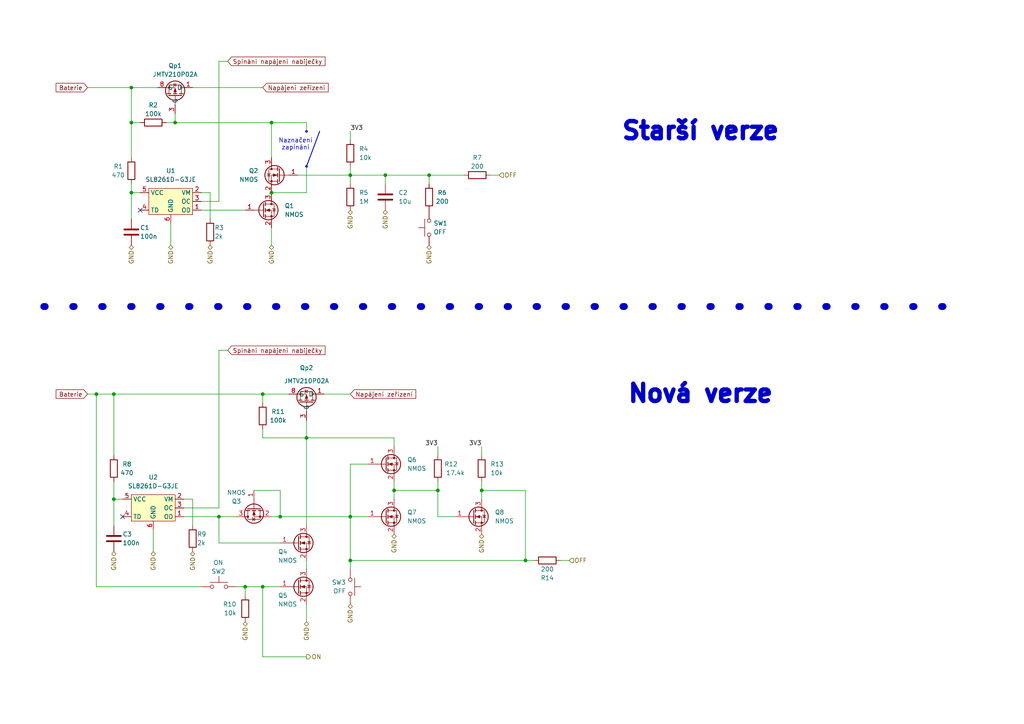
<source format=kicad_sch>
(kicad_sch (version 20231120) (generator "eeschema") (generator_version "8.0")
  (paper "A4")
  (lib_symbols
    (symbol "Device:C" (pin_numbers hide) (pin_names (offset 0.254))
      (property "Reference" "C" (at 0.635 2.54 0))
      (property "Value" "C" (at 0.635 -2.54 0))
      (symbol "C_0_1"
        (polyline (pts (xy -2.032 -0.762) (xy 2.032 -0.762)) (stroke (width 0.508)))
        (polyline (pts (xy -2.032 0.762) (xy 2.032 0.762)) (stroke (width 0.508)))
      )
      (symbol "C_1_1"
        (pin passive line (at 0 3.81 270) (length 2.794) (name "~") (number "1"))
        (pin passive line (at 0 -3.81 90) (length 2.794) (name "~") (number "2"))
      )
    )
    (symbol "Device:Q_NMOS_GSD" (pin_names (offset 0) hide)
      (property "Reference" "Q" (at 5.08 1.27 0))
      (property "Value" "Q_NMOS_GSD" (at 5.08 -1.27 0))
      (symbol "Q_NMOS_GSD_0_1"
        (polyline (pts (xy 0.254 0) (xy -2.54 0)))
        (polyline (pts (xy 0.254 1.905) (xy 0.254 -1.905)) (stroke (width 0.254)))
        (polyline (pts (xy 0.762 -1.27) (xy 0.762 -2.286)) (stroke (width 0.254)))
        (polyline (pts (xy 0.762 0.508) (xy 0.762 -0.508)) (stroke (width 0.254)))
        (polyline (pts (xy 0.762 2.286) (xy 0.762 1.27)) (stroke (width 0.254)))
        (polyline (pts (xy 2.54 2.54) (xy 2.54 1.778)))
        (polyline (pts (xy 2.54 -2.54) (xy 2.54 0) (xy 0.762 0)))
        (polyline (pts (xy 0.762 -1.778) (xy 3.302 -1.778) (xy 3.302 1.778) (xy 0.762 1.778)))
        (polyline (pts (xy 1.016 0) (xy 2.032 0.381) (xy 2.032 -0.381) (xy 1.016 0)) (fill (type outline)))
        (polyline (pts (xy 2.794 0.508) (xy 2.921 0.381) (xy 3.683 0.381) (xy 3.81 0.254)))
        (polyline (pts (xy 3.302 0.381) (xy 2.921 -0.254) (xy 3.683 -0.254) (xy 3.302 0.381)))
        (circle (center 1.651 0) (radius 2.794) (stroke (width 0.254)))
        (circle (center 2.54 -1.778) (radius 0.254) (fill (type outline)))
        (circle (center 2.54 1.778) (radius 0.254) (fill (type outline)))
      )
      (symbol "Q_NMOS_GSD_1_1"
        (pin input line (at -5.08 0 0) (length 2.54) (name "G") (number "1"))
        (pin passive line (at 2.54 -5.08 90) (length 2.54) (name "S") (number "2"))
        (pin passive line (at 2.54 5.08 270) (length 2.54) (name "D") (number "3"))
      )
    )
    (symbol "Device:R" (pin_numbers hide) (pin_names (offset 0))
      (property "Reference" "R" (at 2.032 0 90))
      (property "Value" "R" (at 0 0 90))
      (symbol "R_0_1"
        (rectangle (start -1.016 -2.54) (end 1.016 2.54) (stroke (width 0.254)))
      )
      (symbol "R_1_1"
        (pin passive line (at 0 3.81 270) (length 1.27) (name "~") (number "1"))
        (pin passive line (at 0 -3.81 90) (length 1.27) (name "~") (number "2"))
      )
    )
    (symbol "RKL-BatteryManager:DW01A"
      (property "Reference" "U" (at 0 2.54 0))
      (property "Value" "DW01A" (at 0 5.08 0))
      (symbol "DW01A_1_1"
        (rectangle (start -6.35 1.27) (end 6.35 -6.35) (fill (type background)))
        (pin output line (at 8.89 -5.08 180) (length 2.54) (name "OD") (number "1"))
        (pin input line (at 8.89 0 180) (length 2.54) (name "VM") (number "2"))
        (pin output line (at 8.89 -2.54 180) (length 2.54) (name "OC") (number "3"))
        (pin input line (at -8.89 -5.08 0) (length 2.54) (name "TD") (number "4"))
        (pin input line (at -8.89 0 0) (length 2.54) (name "VCC") (number "5"))
        (pin passive line (at 0 -8.89 90) (length 2.54) (name "GND") (number "6"))
      )
    )
    (symbol "RKL-MOSFET:JMTV210P02A"
      (property "Reference" "U" (at 0 6.35 0))
      (property "Value" "JMTV210P02A" (at 0 3.81 0))
      (symbol "JMTV210P02A_0_1"
        (circle (center -1.778 0) (radius 0.254) (fill (type outline)))
        (circle (center 0 -0.889) (radius 2.794) (stroke (width 0.254)))
        (polyline (pts (xy -2.54 0) (xy -1.778 0)))
        (polyline (pts (xy -2.286 -1.778) (xy -1.27 -1.778)) (stroke (width 0.254)))
        (polyline (pts (xy -1.905 -2.286) (xy 1.905 -2.286)) (stroke (width 0.254)))
        (polyline (pts (xy -0.508 -1.778) (xy 0.508 -1.778)) (stroke (width 0.254)))
        (polyline (pts (xy 0 -2.286) (xy 0 -5.08)))
        (polyline (pts (xy 1.27 -1.778) (xy 2.286 -1.778)) (stroke (width 0.254)))
        (polyline (pts (xy 2.54 0) (xy 0 0) (xy 0 -1.778)))
        (polyline (pts (xy -1.778 -1.778) (xy -1.778 0.762) (xy 1.778 0.762) (xy 1.778 -1.778)))
        (polyline (pts (xy 0 -0.254) (xy -0.381 -1.27) (xy 0.381 -1.27) (xy 0 -0.254)) (fill (type outline)))
        (polyline (pts (xy 0.381 0.762) (xy -0.254 0.381) (xy -0.254 1.143) (xy 0.381 0.762)))
        (polyline (pts (xy 0.508 0.254) (xy 0.381 0.381) (xy 0.381 1.143) (xy 0.254 1.27)))
        (circle (center 1.778 0) (radius 0.254) (fill (type outline)))
      )
      (symbol "JMTV210P02A_1_1"
        (pin passive line (at -5.08 0 0) (length 2.54) (name "D") (number "1"))
        (pin passive line (at -5.08 0 0) (length 2.54) hide (name "D") (number "2"))
        (pin input line (at 0 -7.62 90) (length 2.54) (name "G") (number "3"))
        (pin passive line (at 5.08 0 180) (length 2.54) hide (name "S") (number "4"))
        (pin passive line (at -5.08 0 0) (length 2.54) hide (name "D") (number "5"))
        (pin passive line (at -5.08 0 0) (length 2.54) hide (name "D") (number "6"))
        (pin passive line (at -5.08 0 0) (length 2.54) hide (name "D") (number "7"))
        (pin passive line (at 5.08 0 180) (length 2.54) (name "S") (number "8"))
      )
    )
    (symbol "Switch:SW_Push" (pin_numbers hide) (pin_names (offset 1.016) hide)
      (property "Reference" "SW" (at 1.27 2.54 0))
      (property "Value" "SW_Push" (at 0 -1.524 0))
      (symbol "SW_Push_0_1"
        (circle (center -2.032 0) (radius 0.508))
        (polyline (pts (xy 0 1.27) (xy 0 3.048)))
        (polyline (pts (xy 2.54 1.27) (xy -2.54 1.27)))
        (circle (center 2.032 0) (radius 0.508))
        (pin passive line (at -5.08 0 0) (length 2.54) (name "1") (number "1"))
        (pin passive line (at 5.08 0 180) (length 2.54) (name "2") (number "2"))
      )
    )
  )
  (junction (at 81.28 149.86))
  (junction (at 124.46 50.8))
  (junction (at 101.6 162.56))
  (junction (at 76.2 170.18))
  (junction (at 101.6 149.86))
  (junction (at 38.1 25.4))
  (junction (at 38.1 35.56))
  (junction (at 71.12 170.18))
  (junction (at 27.94 114.3))
  (junction (at 127 142.24))
  (junction (at 78.74 55.88))
  (junction (at 33.02 114.3))
  (junction (at 111.76 50.8))
  (junction (at 78.74 35.56))
  (junction (at 139.7 142.24))
  (junction (at 88.9 127))
  (junction (at 152.4 162.56))
  (junction (at 33.02 144.78))
  (junction (at 50.8 35.56))
  (junction (at 38.1 55.88))
  (junction (at 101.6 50.8))
  (junction (at 114.3 142.24))
  (junction (at 63.5 149.86))
  (junction (at 76.2 114.3))
  (no_connect (at 40.64 60.96))
  (no_connect (at 35.56 149.86))
  (wire (pts (xy 101.6 134.62) (xy 106.68 134.62)))
  (wire (pts (xy 66.04 17.78) (xy 63.5 17.78)))
  (wire (pts (xy 76.2 127) (xy 76.2 124.46)))
  (wire (pts (xy 44.45 153.67) (xy 44.45 160.02)))
  (wire (pts (xy 93.98 114.3) (xy 101.6 114.3)))
  (wire (pts (xy 114.3 142.24) (xy 114.3 144.78)))
  (wire (pts (xy 114.3 142.24) (xy 114.3 139.7)))
  (wire (pts (xy 60.96 55.88) (xy 60.96 63.5)))
  (wire (pts (xy 63.5 149.86) (xy 68.58 149.86)))
  (wire (pts (xy 78.74 71.12) (xy 78.74 66.04)))
  (wire (pts (xy 127 139.7) (xy 127 142.24)))
  (wire (pts (xy 127 149.86) (xy 127 142.24)))
  (wire (pts (xy 27.94 114.3) (xy 33.02 114.3)))
  (wire (pts (xy 76.2 170.18) (xy 81.28 170.18)))
  (wire (pts (xy 50.8 33.02) (xy 50.8 35.56)))
  (wire (pts (xy 111.76 50.8) (xy 111.76 53.34)))
  (wire (pts (xy 88.9 180.34) (xy 88.9 175.26)))
  (wire (pts (xy 76.2 127) (xy 88.9 127)))
  (wire (pts (xy 66.04 101.6) (xy 63.5 101.6)))
  (wire (pts (xy 101.6 149.86) (xy 101.6 162.56)))
  (wire (pts (xy 33.02 139.7) (xy 33.02 144.78)))
  (wire (pts (xy 38.1 25.4) (xy 38.1 35.56)))
  (wire (pts (xy 55.88 25.4) (xy 76.2 25.4)))
  (wire (pts (xy 139.7 142.24) (xy 139.7 139.7)))
  (wire (pts (xy 63.5 101.6) (xy 63.5 147.32)))
  (wire (pts (xy 78.74 45.72) (xy 78.74 35.56)))
  (wire (pts (xy 88.9 127) (xy 88.9 152.4)))
  (wire (pts (xy 38.1 55.88) (xy 38.1 63.5)))
  (polyline (pts (xy 88.9 48.26) (xy 92.71 38.1)) (stroke (width 0.254)))
  (wire (pts (xy 111.76 50.8) (xy 124.46 50.8)))
  (wire (pts (xy 101.6 38.1) (xy 101.6 40.64)))
  (wire (pts (xy 88.9 48.26) (xy 88.9 55.88)))
  (wire (pts (xy 88.9 35.56) (xy 88.9 38.1)))
  (wire (pts (xy 101.6 149.86) (xy 106.68 149.86)))
  (wire (pts (xy 53.34 147.32) (xy 63.5 147.32)))
  (polyline (pts (xy 88.9 48.26) (xy 88.9 48.26)) (stroke (width 0.762)))
  (wire (pts (xy 124.46 50.8) (xy 134.62 50.8)))
  (wire (pts (xy 152.4 142.24) (xy 152.4 162.56)))
  (wire (pts (xy 27.94 114.3) (xy 27.94 170.18)))
  (wire (pts (xy 101.6 50.8) (xy 101.6 48.26)))
  (wire (pts (xy 144.78 50.8) (xy 142.24 50.8)))
  (wire (pts (xy 165.1 162.56) (xy 162.56 162.56)))
  (wire (pts (xy 71.12 170.18) (xy 76.2 170.18)))
  (wire (pts (xy 76.2 170.18) (xy 76.2 190.5)))
  (wire (pts (xy 58.42 60.96) (xy 71.12 60.96)))
  (wire (pts (xy 101.6 162.56) (xy 101.6 165.1)))
  (wire (pts (xy 48.26 35.56) (xy 50.8 35.56)))
  (wire (pts (xy 71.12 172.72) (xy 71.12 170.18)))
  (wire (pts (xy 127 132.08) (xy 127 129.54)))
  (wire (pts (xy 76.2 190.5) (xy 88.9 190.5)))
  (wire (pts (xy 50.8 35.56) (xy 78.74 35.56)))
  (wire (pts (xy 81.28 157.48) (xy 63.5 157.48)))
  (wire (pts (xy 101.6 50.8) (xy 111.76 50.8)))
  (wire (pts (xy 27.94 170.18) (xy 58.42 170.18)))
  (wire (pts (xy 55.88 144.78) (xy 55.88 152.4)))
  (wire (pts (xy 88.9 127) (xy 114.3 127)))
  (wire (pts (xy 88.9 165.1) (xy 88.9 162.56)))
  (wire (pts (xy 63.5 149.86) (xy 63.5 157.48)))
  (wire (pts (xy 49.53 64.77) (xy 49.53 71.12)))
  (wire (pts (xy 63.5 17.78) (xy 63.5 58.42)))
  (wire (pts (xy 76.2 116.84) (xy 76.2 114.3)))
  (wire (pts (xy 154.94 162.56) (xy 152.4 162.56)))
  (wire (pts (xy 101.6 134.62) (xy 101.6 149.86)))
  (wire (pts (xy 38.1 53.34) (xy 38.1 55.88)))
  (wire (pts (xy 25.4 25.4) (xy 38.1 25.4)))
  (wire (pts (xy 38.1 25.4) (xy 45.72 25.4)))
  (polyline (pts (xy 12.7 88.9) (xy 279.4 88.9)) (stroke (width 2) (type dot)))
  (wire (pts (xy 78.74 149.86) (xy 81.28 149.86)))
  (wire (pts (xy 139.7 142.24) (xy 152.4 142.24)))
  (wire (pts (xy 124.46 50.8) (xy 124.46 53.34)))
  (wire (pts (xy 53.34 149.86) (xy 63.5 149.86)))
  (wire (pts (xy 33.02 144.78) (xy 33.02 152.4)))
  (wire (pts (xy 101.6 162.56) (xy 152.4 162.56)))
  (wire (pts (xy 40.64 55.88) (xy 38.1 55.88)))
  (wire (pts (xy 86.36 50.8) (xy 101.6 50.8)))
  (wire (pts (xy 81.28 149.86) (xy 101.6 149.86)))
  (wire (pts (xy 88.9 55.88) (xy 78.74 55.88)))
  (wire (pts (xy 114.3 129.54) (xy 114.3 127)))
  (wire (pts (xy 132.08 149.86) (xy 127 149.86)))
  (wire (pts (xy 25.4 114.3) (xy 27.94 114.3)))
  (wire (pts (xy 101.6 53.34) (xy 101.6 50.8)))
  (wire (pts (xy 60.96 55.88) (xy 58.42 55.88)))
  (wire (pts (xy 33.02 114.3) (xy 76.2 114.3)))
  (wire (pts (xy 33.02 114.3) (xy 33.02 132.08)))
  (wire (pts (xy 76.2 114.3) (xy 83.82 114.3)))
  (wire (pts (xy 73.66 142.24) (xy 81.28 142.24)))
  (wire (pts (xy 88.9 127) (xy 88.9 121.92)))
  (wire (pts (xy 35.56 144.78) (xy 33.02 144.78)))
  (wire (pts (xy 78.74 35.56) (xy 88.9 35.56)))
  (wire (pts (xy 38.1 35.56) (xy 40.64 35.56)))
  (wire (pts (xy 139.7 132.08) (xy 139.7 129.54)))
  (wire (pts (xy 81.28 149.86) (xy 81.28 142.24)))
  (wire (pts (xy 139.7 144.78) (xy 139.7 142.24)))
  (wire (pts (xy 68.58 170.18) (xy 71.12 170.18)))
  (wire (pts (xy 114.3 142.24) (xy 127 142.24)))
  (wire (pts (xy 38.1 35.56) (xy 38.1 45.72)))
  (wire (pts (xy 55.88 144.78) (xy 53.34 144.78)))
  (wire (pts (xy 63.5 58.42) (xy 58.42 58.42)))
  (polyline (pts (xy 88.9 38.1) (xy 88.9 38.1)) (stroke (width 0.762)))
  (text "Naznačení\nzapínání" (at 85.725 41.91 0) (effects (font (size 1.27 1.27))))
  (text "Starší verze" (at 203.2 38.1 0) (effects (font (size 5 5) (thickness 25.4) (bold yes))))
  (text "Nová verze" (at 203.2 114.3 0) (effects (font (size 5 5) (thickness 25.4) (bold yes))))
  (label "3V3" (at 101.6 38.1 0))
  (label "3V3" (at 139.7 129.54 180))
  (label "3V3" (at 127 129.54 180))
  (global_label "Spínání napájení nabiječky" (shape input) (at 66.04 17.78 0) (property "Intersheetrefs" "${INTERSHEET_REFS}" (effects (hide yes))))
  (global_label "Baterie" (shape input) (at 25.4 114.3 180) (property "Intersheetrefs" "${INTERSHEET_REFS}" (effects (hide yes))))
  (global_label "Napájení zeřízení" (shape input) (at 101.6 114.3 0) (property "Intersheetrefs" "${INTERSHEET_REFS}" (effects (hide yes))))
  (global_label "Spínání napájení nabiječky" (shape input) (at 66.04 101.6 0) (property "Intersheetrefs" "${INTERSHEET_REFS}" (effects (hide yes))))
  (global_label "Napájení zeřízení" (shape input) (at 76.2 25.4 0) (property "Intersheetrefs" "${INTERSHEET_REFS}" (effects (hide yes))))
  (global_label "Baterie" (shape input) (at 25.4 25.4 180) (property "Intersheetrefs" "${INTERSHEET_REFS}" (effects (hide yes))))
  (hierarchical_label "GND" (shape bidirectional) (at 49.53 71.12 270))
  (hierarchical_label "GND" (shape bidirectional) (at 38.1 71.12 270))
  (hierarchical_label "GND" (shape bidirectional) (at 114.3 154.94 270))
  (hierarchical_label "OFF" (shape input) (at 144.78 50.8 0))
  (hierarchical_label "GND" (shape bidirectional) (at 44.45 160.02 270))
  (hierarchical_label "GND" (shape bidirectional) (at 101.6 175.26 270))
  (hierarchical_label "GND" (shape bidirectional) (at 124.46 71.12 270))
  (hierarchical_label "GND" (shape bidirectional) (at 139.7 154.94 270))
  (hierarchical_label "GND" (shape bidirectional) (at 60.96 71.12 270))
  (hierarchical_label "GND" (shape bidirectional) (at 111.76 60.96 270))
  (hierarchical_label "GND" (shape bidirectional) (at 33.02 160.02 270))
  (hierarchical_label "GND" (shape bidirectional) (at 71.12 180.34 270))
  (hierarchical_label "OFF" (shape input) (at 165.1 162.56 0))
  (hierarchical_label "GND" (shape bidirectional) (at 78.74 71.12 270))
  (hierarchical_label "GND" (shape bidirectional) (at 88.9 180.34 270))
  (hierarchical_label "GND" (shape bidirectional) (at 55.88 160.02 270))
  (hierarchical_label "GND" (shape bidirectional) (at 101.6 60.96 270))
  (hierarchical_label "ON" (shape output) (at 88.9 190.5 0))
  (symbol (lib_id "Device:Q_NMOS_GSD") (at 137.16 149.86 0) (unit 1)
    (property "Reference" "Q8" (at 143.51 148.59 0) (effects (justify left)))
    (property "Value" "NMOS" (at 143.51 151.13 0) (effects (justify left)))
    (property "Footprint" "Package_TO_SOT_SMD:SOT-723" (effects (hide yes)))
    (property "Datasheet" "https://wmsc.lcsc.com/wmsc/upload/file/pdf/v2/lcsc/2004141706_Jiangsu-Changjing-Electronics-Technology-Co---Ltd--2SK3541_C504051.pdf" (effects (hide yes)))
    (property "Sim.Device" "NMOS" (effects (hide yes)))
    (property "Sim.Type" "VDMOS" (effects (hide yes)))
    (property "Sim.Pins" "1=D 2=G 3=S" (effects (hide yes)))
    (property "LCSC" "C2912553" (effects (hide yes)))
    (property "Basic/Extended" "E" (effects (hide yes)))
    (property "JLCPCB_CORRECTION" "0;0;180" (effects (hide yes)))
    (property "Price (100ks)" "0.0261" (effects (hide yes)))
    (property "Price (1ks)" "0.0261" (effects (hide yes)))
  )
  (symbol (lib_id "Device:R") (at 101.6 57.15 0) (unit 1)
    (property "Reference" "R5" (at 104.14 55.88 0) (effects (justify left)))
    (property "Value" "1M" (at 104.14 58.42 0) (effects (justify left)))
    (property "Footprint" "Resistor_SMD:R_0402_1005Metric" (effects (hide yes)))
    (property "Basic/Extended" "B" (effects (hide yes)))
    (property "LCSC" "C26083" (effects (hide yes)))
  )
  (symbol (lib_id "Device:Q_NMOS_GSD") (at 111.76 149.86 0) (unit 1)
    (property "Reference" "Q7" (at 118.11 148.59 0) (effects (justify left)))
    (property "Value" "NMOS" (at 118.11 151.13 0) (effects (justify left)))
    (property "Footprint" "Package_TO_SOT_SMD:SOT-723" (effects (hide yes)))
    (property "Datasheet" "https://wmsc.lcsc.com/wmsc/upload/file/pdf/v2/lcsc/2004141706_Jiangsu-Changjing-Electronics-Technology-Co---Ltd--2SK3541_C504051.pdf" (effects (hide yes)))
    (property "Sim.Device" "NMOS" (effects (hide yes)))
    (property "Sim.Type" "VDMOS" (effects (hide yes)))
    (property "Sim.Pins" "1=D 2=G 3=S" (effects (hide yes)))
    (property "LCSC" "C2912553" (effects (hide yes)))
    (property "Basic/Extended" "E" (effects (hide yes)))
    (property "JLCPCB_CORRECTION" "0;0;180" (effects (hide yes)))
    (property "Price (100ks)" "0.0261" (effects (hide yes)))
    (property "Price (1ks)" "0.0261" (effects (hide yes)))
  )
  (symbol (lib_id "Device:R") (at 38.1 49.53 0) (unit 1)
    (property "Reference" "R1" (at 34.29 48.26 0))
    (property "Value" "470" (at 34.29 50.8 0))
    (property "Footprint" "Resistor_SMD:R_0402_1005Metric" (effects (hide yes)))
    (property "LCSC" "C25117" (effects (hide yes)))
    (property "Basic/Extended" "B" (effects (hide yes)))
    (property "Price (100ks)" "0.0005" (effects (hide yes)))
    (property "Price (1ks)" "0.0005" (effects (hide yes)))
  )
  (symbol (lib_id "RKL-BatteryManager:DW01A") (at 49.53 55.88 0) (unit 1)
    (property "Reference" "U1" (at 49.53 49.53 0))
    (property "Value" "SL8261D-G3JE" (at 49.53 52.07 0))
    (property "Footprint" "Package_TO_SOT_SMD:SOT-23-6" (effects (hide yes)))
    (property "Datasheet" "https://datasheet.lcsc.com/lcsc/2210101800_Slkor-SLKORMICRO-Elec--SL8261D-G3JE_C5186027.pdf" (effects (hide yes)))
    (property "LCSC" "C5186027" (effects (hide yes)))
    (property "JLCPCB_CORRECTION" "0;0;180" (effects (hide yes)))
    (property "Basic/Extended" "E" (effects (hide yes)))
  )
  (symbol (lib_id "Device:R") (at 33.02 135.89 0) (mirror y) (unit 1)
    (property "Reference" "R8" (at 36.83 134.62 0))
    (property "Value" "470" (at 36.83 137.16 0))
    (property "Footprint" "Resistor_SMD:R_0402_1005Metric" (effects (hide yes)))
    (property "LCSC" "C25117" (effects (hide yes)))
    (property "Basic/Extended" "B" (effects (hide yes)))
    (property "Price (100ks)" "0.0005" (effects (hide yes)))
    (property "Price (1ks)" "0.0005" (effects (hide yes)))
  )
  (symbol (lib_id "Switch:SW_Push") (at 101.6 170.18 270) (mirror x) (unit 1)
    (property "Reference" "SW3" (at 100.33 168.91 90) (effects (justify right)))
    (property "Value" "OFF" (at 100.33 171.45 90) (effects (justify right)))
    (property "Footprint" "Button_Switch_SMD:SW_Push_1P1T_NO_Vertical_Wuerth_434133025816" (effects (hide yes)))
    (property "Basic/Extended" "E" (effects (hide yes)))
    (property "LCSC" "C115360" (effects (hide yes)))
    (property "Price (100ks)" "0.0254" (effects (hide yes)))
    (property "Price (1ks)" "0.0254" (effects (hide yes)))
  )
  (symbol (lib_id "Device:R") (at 139.7 135.89 0) (unit 1)
    (property "Reference" "R13" (at 142.24 134.62 0) (effects (justify left)))
    (property "Value" "10k" (at 142.24 137.16 0) (effects (justify left)))
    (property "Footprint" "Resistor_SMD:R_0402_1005Metric" (effects (hide yes)))
    (property "Basic/Extended" "B" (effects (hide yes)))
    (property "LCSC" "C25744" (effects (hide yes)))
    (property "Price (100ks)" "0.0005" (effects (hide yes)))
    (property "Price (1ks)" "0.0005" (effects (hide yes)))
  )
  (symbol (lib_id "Device:Q_NMOS_GSD") (at 86.36 170.18 0) (unit 1)
    (property "Reference" "Q5" (at 80.645 172.72 0) (effects (justify left)))
    (property "Value" "NMOS" (at 80.645 175.26 0) (effects (justify left)))
    (property "Footprint" "Package_TO_SOT_SMD:SOT-723" (effects (hide yes)))
    (property "Datasheet" "https://wmsc.lcsc.com/wmsc/upload/file/pdf/v2/lcsc/2004141706_Jiangsu-Changjing-Electronics-Technology-Co---Ltd--2SK3541_C504051.pdf" (effects (hide yes)))
    (property "Sim.Device" "NMOS" (effects (hide yes)))
    (property "Sim.Type" "VDMOS" (effects (hide yes)))
    (property "Sim.Pins" "1=D 2=G 3=S" (effects (hide yes)))
    (property "LCSC" "C2912553" (effects (hide yes)))
    (property "Basic/Extended" "E" (effects (hide yes)))
    (property "JLCPCB_CORRECTION" "0;0;180" (effects (hide yes)))
    (property "Price (100ks)" "0.0260" (effects (hide yes)))
    (property "Price (1ks)" "0.0260" (effects (hide yes)))
  )
  (symbol (lib_id "Device:R") (at 76.2 120.65 0) (unit 1)
    (property "Reference" "R11" (at 80.645 119.38 0))
    (property "Value" "100k" (at 80.645 121.92 0))
    (property "Footprint" "Resistor_SMD:R_0402_1005Metric" (effects (hide yes)))
    (property "Basic/Extended" "B" (effects (hide yes)))
    (property "LCSC" "C25741" (effects (hide yes)))
    (property "Price (100ks)" "0.0005" (effects (hide yes)))
    (property "Price (1ks)" "0.0005" (effects (hide yes)))
  )
  (symbol (lib_id "Device:Q_NMOS_GSD") (at 76.2 60.96 0) (unit 1)
    (property "Reference" "Q1" (at 82.55 59.69 0) (effects (justify left)))
    (property "Value" "NMOS" (at 82.55 62.23 0) (effects (justify left)))
    (property "Footprint" "Package_TO_SOT_SMD:SOT-723" (effects (hide yes)))
    (property "Datasheet" "https://wmsc.lcsc.com/wmsc/upload/file/pdf/v2/lcsc/2004141706_Jiangsu-Changjing-Electronics-Technology-Co---Ltd--2SK3541_C504051.pdf" (effects (hide yes)))
    (property "Sim.Device" "NMOS" (effects (hide yes)))
    (property "Sim.Type" "VDMOS" (effects (hide yes)))
    (property "Sim.Pins" "1=D 2=G 3=S" (effects (hide yes)))
    (property "LCSC" "C504051" (effects (hide yes)))
    (property "Basic/Extended" "E" (effects (hide yes)))
    (property "JLCPCB_CORRECTION" "0;0;180" (effects (hide yes)))
  )
  (symbol (lib_id "RKL-MOSFET:JMTV210P02A") (at 50.8 25.4 0) (mirror y) (unit 1)
    (property "Reference" "Qp1" (at 50.8 19.05 0))
    (property "Value" "JMTV210P02A" (at 50.8 21.59 0))
    (property "Footprint" "Package_DFN_QFN:Diodes_UDFN2020-6_Type-F" (effects (hide yes)))
    (property "Datasheet" "https://wmsc.lcsc.com/wmsc/upload/file/pdf/v2/lcsc/2201121830_Jiangsu-JieJie-Microelectronics-JMTV210P02A_C2938482.pdf" (effects (hide yes)))
    (property "LCSC" "C2938482" (effects (hide yes)))
    (property "Basic/Extended" "E" (effects (hide yes)))
  )
  (symbol (lib_id "Device:R") (at 60.96 67.31 180) (unit 1)
    (property "Reference" "R3" (at 62.23 66.04 0) (effects (justify right)))
    (property "Value" "2k" (at 62.23 68.58 0) (effects (justify right)))
    (property "Footprint" "Resistor_SMD:R_0402_1005Metric" (effects (hide yes)))
    (property "LCSC" "C4109" (effects (hide yes)))
    (property "Basic/Extended" "B" (effects (hide yes)))
  )
  (symbol (lib_id "Device:R") (at 101.6 44.45 0) (unit 1)
    (property "Reference" "R4" (at 104.14 43.18 0) (effects (justify left)))
    (property "Value" "10k" (at 104.14 45.72 0) (effects (justify left)))
    (property "Footprint" "Resistor_SMD:R_0402_1005Metric" (effects (hide yes)))
    (property "Basic/Extended" "B" (effects (hide yes)))
    (property "LCSC" "C25744" (effects (hide yes)))
  )
  (symbol (lib_id "Device:Q_NMOS_GSD") (at 73.66 147.32 90) (mirror x) (unit 1)
    (property "Reference" "Q3" (at 68.58 145.415 90))
    (property "Value" "NMOS" (at 68.58 142.875 90))
    (property "Footprint" "Package_TO_SOT_SMD:SOT-723" (effects (hide yes)))
    (property "Datasheet" "https://wmsc.lcsc.com/wmsc/upload/file/pdf/v2/lcsc/2004141706_Jiangsu-Changjing-Electronics-Technology-Co---Ltd--2SK3541_C504051.pdf" (effects (hide yes)))
    (property "Sim.Device" "NMOS" (effects (hide yes)))
    (property "Sim.Type" "VDMOS" (effects (hide yes)))
    (property "Sim.Pins" "1=D 2=G 3=S" (effects (hide yes)))
    (property "LCSC" "C2912553" (effects (hide yes)))
    (property "Basic/Extended" "E" (effects (hide yes)))
    (property "JLCPCB_CORRECTION" "0;0;180" (effects (hide yes)))
    (property "Price (100ks)" "0.0261" (effects (hide yes)))
    (property "Price (1ks)" "0.0261" (effects (hide yes)))
  )
  (symbol (lib_id "Device:Q_NMOS_GSD") (at 111.76 134.62 0) (unit 1)
    (property "Reference" "Q6" (at 118.11 133.35 0) (effects (justify left)))
    (property "Value" "NMOS" (at 118.11 135.89 0) (effects (justify left)))
    (property "Footprint" "Package_TO_SOT_SMD:SOT-723" (effects (hide yes)))
    (property "Datasheet" "https://wmsc.lcsc.com/wmsc/upload/file/pdf/v2/lcsc/2004141706_Jiangsu-Changjing-Electronics-Technology-Co---Ltd--2SK3541_C504051.pdf" (effects (hide yes)))
    (property "Sim.Device" "NMOS" (effects (hide yes)))
    (property "Sim.Type" "VDMOS" (effects (hide yes)))
    (property "Sim.Pins" "1=D 2=G 3=S" (effects (hide yes)))
    (property "LCSC" "C2912553" (effects (hide yes)))
    (property "Basic/Extended" "E" (effects (hide yes)))
    (property "JLCPCB_CORRECTION" "0;0;180" (effects (hide yes)))
    (property "Price (100ks)" "0.0261" (effects (hide yes)))
    (property "Price (1ks)" "0.0261" (effects (hide yes)))
  )
  (symbol (lib_id "Device:R") (at 124.46 57.15 0) (unit 1)
    (property "Reference" "R6" (at 128.27 55.88 0))
    (property "Value" "200" (at 128.27 58.42 0))
    (property "Footprint" "Resistor_SMD:R_0402_1005Metric" (effects (hide yes)))
    (property "LCSC" "C25087" (effects (hide yes)))
    (property "Basic/Extended" "B" (effects (hide yes)))
  )
  (symbol (lib_id "Device:R") (at 55.88 156.21 180) (unit 1)
    (property "Reference" "R9" (at 57.15 154.94 0) (effects (justify right)))
    (property "Value" "2k" (at 57.15 157.48 0) (effects (justify right)))
    (property "Footprint" "Resistor_SMD:R_0402_1005Metric" (effects (hide yes)))
    (property "LCSC" "C4109" (effects (hide yes)))
    (property "Basic/Extended" "B" (effects (hide yes)))
    (property "Price (100ks)" "0.0005" (effects (hide yes)))
    (property "Price (1ks)" "0.0005" (effects (hide yes)))
  )
  (symbol (lib_id "Device:R") (at 138.43 50.8 90) (unit 1)
    (property "Reference" "R7" (at 138.43 45.72 90))
    (property "Value" "200" (at 138.43 48.26 90))
    (property "Footprint" "Resistor_SMD:R_0402_1005Metric" (effects (hide yes)))
    (property "LCSC" "C25087" (effects (hide yes)))
    (property "Basic/Extended" "B" (effects (hide yes)))
  )
  (symbol (lib_id "RKL-BatteryManager:DW01A") (at 44.45 144.78 0) (unit 1)
    (property "Reference" "U2" (at 44.45 138.43 0))
    (property "Value" "SL8261D-G3JE" (at 44.45 140.97 0))
    (property "Footprint" "Package_TO_SOT_SMD:SOT-23-6" (effects (hide yes)))
    (property "Datasheet" "https://wmsc.lcsc.com/wmsc/upload/file/pdf/v2/lcsc/2210101800_Slkor-SLKORMICRO-Elec--SL8261D-G3JE_C5186027.pdf" (effects (hide yes)))
    (property "LCSC" "C5186027" (effects (hide yes)))
    (property "JLCPCB_CORRECTION" "0;0;180" (effects (hide yes)))
    (property "Basic/Extended" "E" (effects (hide yes)))
    (property "Price (100ks)" "0.0011" (effects (hide yes)))
    (property "Price (1ks)" "0.0011" (effects (hide yes)))
  )
  (symbol (lib_id "Switch:SW_Push") (at 124.46 66.04 90) (unit 1)
    (property "Reference" "SW1" (at 125.73 64.77 90) (effects (justify right)))
    (property "Value" "OFF" (at 125.73 67.31 90) (effects (justify right)))
    (property "Footprint" "Button_Switch_SMD:SW_Push_1P1T_NO_Vertical_Wuerth_434133025816" (effects (hide yes)))
    (property "Basic/Extended" "E" (effects (hide yes)))
    (property "LCSC" "C127488" (effects (hide yes)))
  )
  (symbol (lib_id "Device:C") (at 38.1 67.31 0) (unit 1)
    (property "Reference" "C1" (at 40.64 66.04 0) (effects (justify left)))
    (property "Value" "100n" (at 40.64 68.58 0) (effects (justify left)))
    (property "Footprint" "Capacitor_SMD:C_0402_1005Metric" (effects (hide yes)))
    (property "Basic/Extended" "B" (effects (hide yes)))
    (property "LCSC" "C1525" (effects (hide yes)))
    (property "info" "16V, X7R" (effects (hide yes)))
  )
  (symbol (lib_id "Device:R") (at 71.12 176.53 0) (mirror y) (unit 1)
    (property "Reference" "R10" (at 68.58 175.26 0) (effects (justify left)))
    (property "Value" "10k" (at 68.58 177.8 0) (effects (justify left)))
    (property "Footprint" "Resistor_SMD:R_0402_1005Metric" (effects (hide yes)))
    (property "Basic/Extended" "B" (effects (hide yes)))
    (property "LCSC" "C25744" (effects (hide yes)))
    (property "Price (100ks)" "0.0005" (effects (hide yes)))
    (property "Price (1ks)" "0.0005" (effects (hide yes)))
  )
  (symbol (lib_id "Device:R") (at 44.45 35.56 90) (unit 1)
    (property "Reference" "R2" (at 44.45 30.48 90))
    (property "Value" "100k" (at 44.45 33.02 90))
    (property "Footprint" "Resistor_SMD:R_0402_1005Metric" (effects (hide yes)))
    (property "Basic/Extended" "B" (effects (hide yes)))
    (property "LCSC" "C25741" (effects (hide yes)))
  )
  (symbol (lib_id "Switch:SW_Push") (at 63.5 170.18 0) (unit 1)
    (property "Reference" "SW2" (at 65.405 165.735 0) (effects (justify right)))
    (property "Value" "ON" (at 64.77 163.195 0) (effects (justify right)))
    (property "Footprint" "Button_Switch_SMD:SW_Push_1P1T_NO_Vertical_Wuerth_434133025816" (effects (hide yes)))
    (property "Basic/Extended" "E" (effects (hide yes)))
    (property "LCSC" "C115360" (effects (hide yes)))
    (property "Price (100ks)" "0.0254" (effects (hide yes)))
    (property "Price (1ks)" "0.0254" (effects (hide yes)))
  )
  (symbol (lib_id "RKL-MOSFET:JMTV210P02A") (at 88.9 114.3 0) (mirror y) (unit 1)
    (property "Reference" "Qp2" (at 88.9 106.68 0))
    (property "Value" "JMTV210P02A" (at 88.9 110.49 0))
    (property "Footprint" "Package_DFN_QFN:Diodes_UDFN2020-6_Type-F" (effects (hide yes)))
    (property "Datasheet" "https://wmsc.lcsc.com/wmsc/upload/file/pdf/v2/lcsc/2201121830_Jiangsu-JieJie-Microelectronics-JMTV210P02A_C2938482.pdf" (effects (hide yes)))
    (property "LCSC" "C2938482" (effects (hide yes)))
    (property "Basic/Extended" "E" (effects (hide yes)))
    (property "Price (100ks)" "0.0942" (effects (hide yes)))
    (property "Price (1ks)" "0.0942" (effects (hide yes)))
  )
  (symbol (lib_id "Device:Q_NMOS_GSD") (at 86.36 157.48 0) (unit 1)
    (property "Reference" "Q4" (at 80.645 160.02 0) (effects (justify left)))
    (property "Value" "NMOS" (at 80.645 162.56 0) (effects (justify left)))
    (property "Footprint" "Package_TO_SOT_SMD:SOT-723" (effects (hide yes)))
    (property "Datasheet" "https://wmsc.lcsc.com/wmsc/upload/file/pdf/v2/lcsc/2004141706_Jiangsu-Changjing-Electronics-Technology-Co---Ltd--2SK3541_C504051.pdf" (effects (hide yes)))
    (property "Sim.Device" "NMOS" (effects (hide yes)))
    (property "Sim.Type" "VDMOS" (effects (hide yes)))
    (property "Sim.Pins" "1=D 2=G 3=S" (effects (hide yes)))
    (property "LCSC" "C2912553" (effects (hide yes)))
    (property "Basic/Extended" "E" (effects (hide yes)))
    (property "JLCPCB_CORRECTION" "0;0;180" (effects (hide yes)))
    (property "Price (100ks)" "0.0260" (effects (hide yes)))
    (property "Price (1ks)" "0.0260" (effects (hide yes)))
  )
  (symbol (lib_id "Device:Q_NMOS_GSD") (at 81.28 50.8 0) (mirror y) (unit 1)
    (property "Reference" "Q2" (at 74.93 49.53 0) (effects (justify left)))
    (property "Value" "NMOS" (at 74.93 52.07 0) (effects (justify left)))
    (property "Footprint" "Package_TO_SOT_SMD:SOT-723" (effects (hide yes)))
    (property "Datasheet" "https://wmsc.lcsc.com/wmsc/upload/file/pdf/v2/lcsc/2004141706_Jiangsu-Changjing-Electronics-Technology-Co---Ltd--2SK3541_C504051.pdf" (effects (hide yes)))
    (property "Sim.Device" "NMOS" (effects (hide yes)))
    (property "Sim.Type" "VDMOS" (effects (hide yes)))
    (property "Sim.Pins" "1=D 2=G 3=S" (effects (hide yes)))
    (property "LCSC" "C504051" (effects (hide yes)))
    (property "Basic/Extended" "E" (effects (hide yes)))
    (property "JLCPCB_CORRECTION" "0;0;180" (effects (hide yes)))
  )
  (symbol (lib_id "Device:R") (at 127 135.89 180) (unit 1)
    (property "Reference" "R12" (at 130.81 134.62 0))
    (property "Value" "17.4k" (at 132.08 137.16 0))
    (property "Footprint" "Resistor_SMD:R_0402_1005Metric" (effects (hide yes)))
    (property "LCSC" "C208810" (effects (hide yes)))
    (property "Basic/Extended" "E" (effects (hide yes)))
    (property "Price (100ks)" "0.0020" (effects (hide yes)))
    (property "Price (1ks)" "0.0020" (effects (hide yes)))
  )
  (symbol (lib_id "Device:C") (at 111.76 57.15 0) (unit 1)
    (property "Reference" "C2" (at 115.57 55.88 0) (effects (justify left)))
    (property "Value" "10u" (at 115.57 58.42 0) (effects (justify left)))
    (property "Footprint" "Capacitor_SMD:C_0603_1608Metric" (effects (hide yes)))
    (property "Basic/Extended" "B" (effects (hide yes)))
    (property "LCSC" "C96446" (effects (hide yes)))
    (property "info" "25V, X5R" (effects (hide yes)))
  )
  (symbol (lib_id "Device:R") (at 158.75 162.56 90) (mirror x) (unit 1)
    (property "Reference" "R14" (at 158.75 167.64 90))
    (property "Value" "200" (at 158.75 165.1 90))
    (property "Footprint" "Resistor_SMD:R_0402_1005Metric" (effects (hide yes)))
    (property "LCSC" "C25087" (effects (hide yes)))
    (property "Basic/Extended" "B" (effects (hide yes)))
    (property "Price (100ks)" "0.0005" (effects (hide yes)))
    (property "Price (1ks)" "0.0005" (effects (hide yes)))
  )
  (symbol (lib_id "Device:C") (at 33.02 156.21 0) (unit 1)
    (property "Reference" "C3" (at 35.56 154.94 0) (effects (justify left)))
    (property "Value" "100n" (at 35.56 157.48 0) (effects (justify left)))
    (property "Footprint" "Capacitor_SMD:C_0402_1005Metric" (effects (hide yes)))
    (property "Basic/Extended" "B" (effects (hide yes)))
    (property "LCSC" "C1525" (effects (hide yes)))
    (property "info" "16V, X7R" (effects (hide yes)))
    (property "Price (100ks)" "0.0011" (effects (hide yes)))
    (property "Price (1ks)" "0.0011" (effects (hide yes)))
  )
)
</source>
